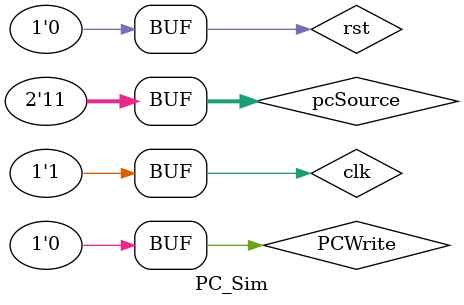
<source format=sv>
`timescale 1ns / 1ps


module PC_Sim(

    );
    
    logic clk, rst, PCWrite;
    logic [1:0] pcSource;
    
    logic [31:0] ir, pc;
    
    Program_Counter PC (
        .clk (clk),
        .rst (rst),
        .PCWrite (PCWrite),
        .pcSource (pcSource),
        .ir (ir)
    );
        
    always
    begin
        #10
        clk = 0;
        #10
        clk = 1;
    end
    
    initial
    begin
        clk = 0; rst = 0; PCWrite = 0; pcSource = 2'b00;
        #10
        rst = 1;
        #20
        rst = 0;
        #40
        PCWrite = 1;
        #170
        rst = 1;
        #20
        rst = 0;
        pcSource = 2'b01;
        #30
        rst = 1;
        #20
        rst = 0;
        PCWrite = 1;
        pcSource = 2'b10;
        #50
        pcSource = 2'b11;
        #50
        PCWrite = 0;
    end
    
endmodule

</source>
